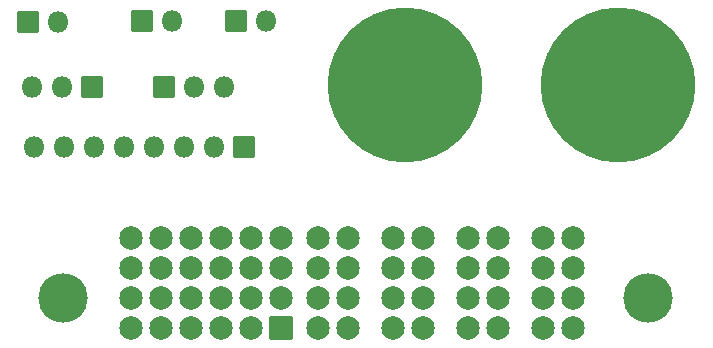
<source format=gbr>
%TF.GenerationSoftware,KiCad,Pcbnew,8.0.6*%
%TF.CreationDate,2025-01-01T08:23:19-05:00*%
%TF.ProjectId,ge-psu,67652d70-7375-42e6-9b69-6361645f7063,rev?*%
%TF.SameCoordinates,Original*%
%TF.FileFunction,Soldermask,Bot*%
%TF.FilePolarity,Negative*%
%FSLAX46Y46*%
G04 Gerber Fmt 4.6, Leading zero omitted, Abs format (unit mm)*
G04 Created by KiCad (PCBNEW 8.0.6) date 2025-01-01 08:23:19*
%MOMM*%
%LPD*%
G01*
G04 APERTURE LIST*
G04 Aperture macros list*
%AMRoundRect*
0 Rectangle with rounded corners*
0 $1 Rounding radius*
0 $2 $3 $4 $5 $6 $7 $8 $9 X,Y pos of 4 corners*
0 Add a 4 corners polygon primitive as box body*
4,1,4,$2,$3,$4,$5,$6,$7,$8,$9,$2,$3,0*
0 Add four circle primitives for the rounded corners*
1,1,$1+$1,$2,$3*
1,1,$1+$1,$4,$5*
1,1,$1+$1,$6,$7*
1,1,$1+$1,$8,$9*
0 Add four rect primitives between the rounded corners*
20,1,$1+$1,$2,$3,$4,$5,0*
20,1,$1+$1,$4,$5,$6,$7,0*
20,1,$1+$1,$6,$7,$8,$9,0*
20,1,$1+$1,$8,$9,$2,$3,0*%
G04 Aperture macros list end*
%ADD10C,1.001600*%
%ADD11C,13.101600*%
%ADD12RoundRect,0.050800X-0.850000X0.850000X-0.850000X-0.850000X0.850000X-0.850000X0.850000X0.850000X0*%
%ADD13O,1.801600X1.801600*%
%ADD14C,4.191000*%
%ADD15RoundRect,0.102000X-0.895350X-0.895350X0.895350X-0.895350X0.895350X0.895350X-0.895350X0.895350X0*%
%ADD16C,1.994700*%
%ADD17RoundRect,0.050800X0.850000X-0.850000X0.850000X0.850000X-0.850000X0.850000X-0.850000X-0.850000X0*%
G04 APERTURE END LIST*
D10*
%TO.C,H1*%
X164143854Y-63862854D03*
X165571708Y-60415708D03*
X165571708Y-67310000D03*
X169018854Y-58987854D03*
D11*
X169018854Y-63862854D03*
D10*
X169018854Y-68737854D03*
X172466000Y-60415708D03*
X172466000Y-67310000D03*
X173893854Y-63862854D03*
%TD*%
D12*
%TO.C,J7*%
X137287000Y-69088000D03*
D13*
X134747000Y-69088000D03*
X132207000Y-69088000D03*
X129667000Y-69088000D03*
X127127000Y-69088000D03*
X124587000Y-69088000D03*
X122047000Y-69088000D03*
X119507000Y-69088000D03*
%TD*%
D14*
%TO.C,J1*%
X122020000Y-81860000D03*
X171550000Y-81860000D03*
D15*
X140435000Y-84400000D03*
D16*
X137895000Y-84400000D03*
X135355000Y-84400000D03*
X132815000Y-84400000D03*
X130275000Y-84400000D03*
X127735000Y-84400000D03*
X140435000Y-81860000D03*
X137895000Y-81860000D03*
X135355000Y-81860000D03*
X132815000Y-81860000D03*
X130275000Y-81860000D03*
X127735000Y-81860000D03*
X140435000Y-79320000D03*
X137895000Y-79320000D03*
X135355000Y-79320000D03*
X132815000Y-79320000D03*
X130275000Y-79320000D03*
X127735000Y-79320000D03*
X140435000Y-76780000D03*
X137895000Y-76780000D03*
X135355000Y-76780000D03*
X132815000Y-76780000D03*
X130275000Y-76780000D03*
X127735000Y-76780000D03*
X165200000Y-76780000D03*
X165200000Y-79320000D03*
X165200000Y-81860000D03*
X165200000Y-84400000D03*
X162660000Y-76780000D03*
X162660000Y-79320000D03*
X162660000Y-81860000D03*
X162660000Y-84400000D03*
X158850000Y-76780000D03*
X158850000Y-79320000D03*
X158850000Y-81860000D03*
X158850000Y-84400000D03*
X156310000Y-76780000D03*
X156310000Y-79320000D03*
X156310000Y-81860000D03*
X156310000Y-84400000D03*
X152500000Y-76780000D03*
X152500000Y-79320000D03*
X152500000Y-81860000D03*
X152500000Y-84400000D03*
X149960000Y-76780000D03*
X149960000Y-79320000D03*
X149960000Y-81860000D03*
X149960000Y-84400000D03*
X146150000Y-76780000D03*
X146150000Y-79320000D03*
X146150000Y-81860000D03*
X146150000Y-84400000D03*
X143610000Y-76780000D03*
X143610000Y-79320000D03*
X143610000Y-81860000D03*
X143610000Y-84400000D03*
%TD*%
D17*
%TO.C,J3*%
X136652000Y-58420000D03*
D13*
X139192000Y-58420000D03*
%TD*%
D12*
%TO.C,J4*%
X124445000Y-64008000D03*
D13*
X121905000Y-64008000D03*
X119365000Y-64008000D03*
%TD*%
D10*
%TO.C,H2*%
X146109854Y-63862854D03*
X147537708Y-60415708D03*
X147537708Y-67310000D03*
X150984854Y-58987854D03*
D11*
X150984854Y-63862854D03*
D10*
X150984854Y-68737854D03*
X154432000Y-60415708D03*
X154432000Y-67310000D03*
X155859854Y-63862854D03*
%TD*%
D17*
%TO.C,J6*%
X118999000Y-58496200D03*
D13*
X121539000Y-58496200D03*
%TD*%
D17*
%TO.C,J2*%
X128651000Y-58420000D03*
D13*
X131191000Y-58420000D03*
%TD*%
D17*
%TO.C,J5*%
X130556000Y-64033400D03*
D13*
X133096000Y-64033400D03*
X135636000Y-64033400D03*
%TD*%
M02*

</source>
